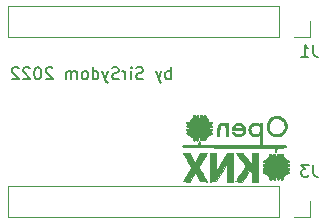
<source format=gbr>
G04 #@! TF.GenerationSoftware,KiCad,Pcbnew,(5.1.4)-1*
G04 #@! TF.CreationDate,2022-03-07T10:14:24+01:00*
G04 #@! TF.ProjectId,UP1-Breadboardadapter,5550312d-4272-4656-9164-626f61726461,V00.01*
G04 #@! TF.SameCoordinates,Original*
G04 #@! TF.FileFunction,Legend,Bot*
G04 #@! TF.FilePolarity,Positive*
%FSLAX46Y46*%
G04 Gerber Fmt 4.6, Leading zero omitted, Abs format (unit mm)*
G04 Created by KiCad (PCBNEW (5.1.4)-1) date 2022-03-07 10:14:24*
%MOMM*%
%LPD*%
G04 APERTURE LIST*
%ADD10C,0.150000*%
%ADD11C,0.010000*%
%ADD12C,0.120000*%
G04 APERTURE END LIST*
D10*
X89264285Y-100147380D02*
X89264285Y-99147380D01*
X89264285Y-99528333D02*
X89169047Y-99480714D01*
X88978571Y-99480714D01*
X88883333Y-99528333D01*
X88835714Y-99575952D01*
X88788095Y-99671190D01*
X88788095Y-99956904D01*
X88835714Y-100052142D01*
X88883333Y-100099761D01*
X88978571Y-100147380D01*
X89169047Y-100147380D01*
X89264285Y-100099761D01*
X88454761Y-99480714D02*
X88216666Y-100147380D01*
X87978571Y-99480714D02*
X88216666Y-100147380D01*
X88311904Y-100385476D01*
X88359523Y-100433095D01*
X88454761Y-100480714D01*
X86883333Y-100099761D02*
X86740476Y-100147380D01*
X86502380Y-100147380D01*
X86407142Y-100099761D01*
X86359523Y-100052142D01*
X86311904Y-99956904D01*
X86311904Y-99861666D01*
X86359523Y-99766428D01*
X86407142Y-99718809D01*
X86502380Y-99671190D01*
X86692857Y-99623571D01*
X86788095Y-99575952D01*
X86835714Y-99528333D01*
X86883333Y-99433095D01*
X86883333Y-99337857D01*
X86835714Y-99242619D01*
X86788095Y-99195000D01*
X86692857Y-99147380D01*
X86454761Y-99147380D01*
X86311904Y-99195000D01*
X85883333Y-100147380D02*
X85883333Y-99480714D01*
X85883333Y-99147380D02*
X85930952Y-99195000D01*
X85883333Y-99242619D01*
X85835714Y-99195000D01*
X85883333Y-99147380D01*
X85883333Y-99242619D01*
X85407142Y-100147380D02*
X85407142Y-99480714D01*
X85407142Y-99671190D02*
X85359523Y-99575952D01*
X85311904Y-99528333D01*
X85216666Y-99480714D01*
X85121428Y-99480714D01*
X84835714Y-100099761D02*
X84692857Y-100147380D01*
X84454761Y-100147380D01*
X84359523Y-100099761D01*
X84311904Y-100052142D01*
X84264285Y-99956904D01*
X84264285Y-99861666D01*
X84311904Y-99766428D01*
X84359523Y-99718809D01*
X84454761Y-99671190D01*
X84645238Y-99623571D01*
X84740476Y-99575952D01*
X84788095Y-99528333D01*
X84835714Y-99433095D01*
X84835714Y-99337857D01*
X84788095Y-99242619D01*
X84740476Y-99195000D01*
X84645238Y-99147380D01*
X84407142Y-99147380D01*
X84264285Y-99195000D01*
X83930952Y-99480714D02*
X83692857Y-100147380D01*
X83454761Y-99480714D02*
X83692857Y-100147380D01*
X83788095Y-100385476D01*
X83835714Y-100433095D01*
X83930952Y-100480714D01*
X82645238Y-100147380D02*
X82645238Y-99147380D01*
X82645238Y-100099761D02*
X82740476Y-100147380D01*
X82930952Y-100147380D01*
X83026190Y-100099761D01*
X83073809Y-100052142D01*
X83121428Y-99956904D01*
X83121428Y-99671190D01*
X83073809Y-99575952D01*
X83026190Y-99528333D01*
X82930952Y-99480714D01*
X82740476Y-99480714D01*
X82645238Y-99528333D01*
X82026190Y-100147380D02*
X82121428Y-100099761D01*
X82169047Y-100052142D01*
X82216666Y-99956904D01*
X82216666Y-99671190D01*
X82169047Y-99575952D01*
X82121428Y-99528333D01*
X82026190Y-99480714D01*
X81883333Y-99480714D01*
X81788095Y-99528333D01*
X81740476Y-99575952D01*
X81692857Y-99671190D01*
X81692857Y-99956904D01*
X81740476Y-100052142D01*
X81788095Y-100099761D01*
X81883333Y-100147380D01*
X82026190Y-100147380D01*
X81264285Y-100147380D02*
X81264285Y-99480714D01*
X81264285Y-99575952D02*
X81216666Y-99528333D01*
X81121428Y-99480714D01*
X80978571Y-99480714D01*
X80883333Y-99528333D01*
X80835714Y-99623571D01*
X80835714Y-100147380D01*
X80835714Y-99623571D02*
X80788095Y-99528333D01*
X80692857Y-99480714D01*
X80550000Y-99480714D01*
X80454761Y-99528333D01*
X80407142Y-99623571D01*
X80407142Y-100147380D01*
X79216666Y-99242619D02*
X79169047Y-99195000D01*
X79073809Y-99147380D01*
X78835714Y-99147380D01*
X78740476Y-99195000D01*
X78692857Y-99242619D01*
X78645238Y-99337857D01*
X78645238Y-99433095D01*
X78692857Y-99575952D01*
X79264285Y-100147380D01*
X78645238Y-100147380D01*
X78026190Y-99147380D02*
X77930952Y-99147380D01*
X77835714Y-99195000D01*
X77788095Y-99242619D01*
X77740476Y-99337857D01*
X77692857Y-99528333D01*
X77692857Y-99766428D01*
X77740476Y-99956904D01*
X77788095Y-100052142D01*
X77835714Y-100099761D01*
X77930952Y-100147380D01*
X78026190Y-100147380D01*
X78121428Y-100099761D01*
X78169047Y-100052142D01*
X78216666Y-99956904D01*
X78264285Y-99766428D01*
X78264285Y-99528333D01*
X78216666Y-99337857D01*
X78169047Y-99242619D01*
X78121428Y-99195000D01*
X78026190Y-99147380D01*
X77311904Y-99242619D02*
X77264285Y-99195000D01*
X77169047Y-99147380D01*
X76930952Y-99147380D01*
X76835714Y-99195000D01*
X76788095Y-99242619D01*
X76740476Y-99337857D01*
X76740476Y-99433095D01*
X76788095Y-99575952D01*
X77359523Y-100147380D01*
X76740476Y-100147380D01*
X76359523Y-99242619D02*
X76311904Y-99195000D01*
X76216666Y-99147380D01*
X75978571Y-99147380D01*
X75883333Y-99195000D01*
X75835714Y-99242619D01*
X75788095Y-99337857D01*
X75788095Y-99433095D01*
X75835714Y-99575952D01*
X76407142Y-100147380D01*
X75788095Y-100147380D01*
D11*
G36*
X93585024Y-103848360D02*
G01*
X93458073Y-103877569D01*
X93353866Y-103942416D01*
X93272008Y-104043174D01*
X93252351Y-104079235D01*
X93232921Y-104119797D01*
X93218648Y-104156945D01*
X93208739Y-104197972D01*
X93202399Y-104250174D01*
X93198833Y-104320842D01*
X93197246Y-104417272D01*
X93196842Y-104546757D01*
X93196833Y-104588656D01*
X93196833Y-104986667D01*
X93366166Y-104986667D01*
X93366285Y-104632125D01*
X93367609Y-104472778D01*
X93372178Y-104349537D01*
X93381062Y-104256231D01*
X93395336Y-104186690D01*
X93416069Y-104134743D01*
X93444336Y-104094217D01*
X93463090Y-104074928D01*
X93528929Y-104037579D01*
X93613765Y-104021279D01*
X93700957Y-104026485D01*
X93773868Y-104053656D01*
X93790199Y-104065917D01*
X93825803Y-104102577D01*
X93852498Y-104144669D01*
X93871512Y-104198603D01*
X93884070Y-104270793D01*
X93891400Y-104367649D01*
X93894727Y-104495585D01*
X93895333Y-104615570D01*
X93895333Y-104986667D01*
X94064666Y-104986667D01*
X94064666Y-103864834D01*
X93980000Y-103864834D01*
X93922172Y-103869622D01*
X93897663Y-103886137D01*
X93895333Y-103898347D01*
X93887500Y-103923180D01*
X93879458Y-103923690D01*
X93780259Y-103877422D01*
X93699732Y-103852948D01*
X93622860Y-103846426D01*
X93585024Y-103848360D01*
X93585024Y-103848360D01*
G37*
X93585024Y-103848360D02*
X93458073Y-103877569D01*
X93353866Y-103942416D01*
X93272008Y-104043174D01*
X93252351Y-104079235D01*
X93232921Y-104119797D01*
X93218648Y-104156945D01*
X93208739Y-104197972D01*
X93202399Y-104250174D01*
X93198833Y-104320842D01*
X93197246Y-104417272D01*
X93196842Y-104546757D01*
X93196833Y-104588656D01*
X93196833Y-104986667D01*
X93366166Y-104986667D01*
X93366285Y-104632125D01*
X93367609Y-104472778D01*
X93372178Y-104349537D01*
X93381062Y-104256231D01*
X93395336Y-104186690D01*
X93416069Y-104134743D01*
X93444336Y-104094217D01*
X93463090Y-104074928D01*
X93528929Y-104037579D01*
X93613765Y-104021279D01*
X93700957Y-104026485D01*
X93773868Y-104053656D01*
X93790199Y-104065917D01*
X93825803Y-104102577D01*
X93852498Y-104144669D01*
X93871512Y-104198603D01*
X93884070Y-104270793D01*
X93891400Y-104367649D01*
X93894727Y-104495585D01*
X93895333Y-104615570D01*
X93895333Y-104986667D01*
X94064666Y-104986667D01*
X94064666Y-103864834D01*
X93980000Y-103864834D01*
X93922172Y-103869622D01*
X93897663Y-103886137D01*
X93895333Y-103898347D01*
X93887500Y-103923180D01*
X93879458Y-103923690D01*
X93780259Y-103877422D01*
X93699732Y-103852948D01*
X93622860Y-103846426D01*
X93585024Y-103848360D01*
G36*
X94814707Y-103864923D02*
G01*
X94688111Y-103917064D01*
X94576807Y-103994999D01*
X94487046Y-104095251D01*
X94425077Y-104214346D01*
X94397152Y-104348808D01*
X94396672Y-104357815D01*
X94392750Y-104446917D01*
X94887441Y-104452605D01*
X95382133Y-104458293D01*
X95368471Y-104526603D01*
X95337382Y-104604081D01*
X95280217Y-104685219D01*
X95208782Y-104754788D01*
X95171834Y-104780223D01*
X95109969Y-104806632D01*
X95033559Y-104826889D01*
X95012264Y-104830420D01*
X94909947Y-104827186D01*
X94804649Y-104795373D01*
X94710466Y-104741341D01*
X94641494Y-104671451D01*
X94634044Y-104659740D01*
X94600903Y-104611707D01*
X94565408Y-104590042D01*
X94509083Y-104584557D01*
X94497593Y-104584500D01*
X94405535Y-104584500D01*
X94429515Y-104653292D01*
X94470136Y-104726655D01*
X94537903Y-104806466D01*
X94621275Y-104881986D01*
X94708709Y-104942477D01*
X94772408Y-104972352D01*
X94909274Y-105002040D01*
X95046466Y-105001456D01*
X95146658Y-104978611D01*
X95295395Y-104906551D01*
X95410408Y-104809311D01*
X95490847Y-104688079D01*
X95535864Y-104544039D01*
X95545868Y-104421138D01*
X95529633Y-104288167D01*
X95356920Y-104288167D01*
X94975377Y-104288167D01*
X94853577Y-104287219D01*
X94747858Y-104284585D01*
X94664894Y-104280582D01*
X94611360Y-104275523D01*
X94593833Y-104270130D01*
X94609907Y-104226362D01*
X94651339Y-104170834D01*
X94707940Y-104114780D01*
X94769525Y-104069435D01*
X94782371Y-104062202D01*
X94899895Y-104022318D01*
X95020804Y-104019964D01*
X95136324Y-104052436D01*
X95237684Y-104117029D01*
X95316111Y-104211041D01*
X95326638Y-104229959D01*
X95356920Y-104288167D01*
X95529633Y-104288167D01*
X95526423Y-104261885D01*
X95470103Y-104122631D01*
X95378293Y-104005624D01*
X95252381Y-103913118D01*
X95223734Y-103898007D01*
X95088769Y-103851919D01*
X94950343Y-103842049D01*
X94814707Y-103864923D01*
X94814707Y-103864923D01*
G37*
X94814707Y-103864923D02*
X94688111Y-103917064D01*
X94576807Y-103994999D01*
X94487046Y-104095251D01*
X94425077Y-104214346D01*
X94397152Y-104348808D01*
X94396672Y-104357815D01*
X94392750Y-104446917D01*
X94887441Y-104452605D01*
X95382133Y-104458293D01*
X95368471Y-104526603D01*
X95337382Y-104604081D01*
X95280217Y-104685219D01*
X95208782Y-104754788D01*
X95171834Y-104780223D01*
X95109969Y-104806632D01*
X95033559Y-104826889D01*
X95012264Y-104830420D01*
X94909947Y-104827186D01*
X94804649Y-104795373D01*
X94710466Y-104741341D01*
X94641494Y-104671451D01*
X94634044Y-104659740D01*
X94600903Y-104611707D01*
X94565408Y-104590042D01*
X94509083Y-104584557D01*
X94497593Y-104584500D01*
X94405535Y-104584500D01*
X94429515Y-104653292D01*
X94470136Y-104726655D01*
X94537903Y-104806466D01*
X94621275Y-104881986D01*
X94708709Y-104942477D01*
X94772408Y-104972352D01*
X94909274Y-105002040D01*
X95046466Y-105001456D01*
X95146658Y-104978611D01*
X95295395Y-104906551D01*
X95410408Y-104809311D01*
X95490847Y-104688079D01*
X95535864Y-104544039D01*
X95545868Y-104421138D01*
X95529633Y-104288167D01*
X95356920Y-104288167D01*
X94975377Y-104288167D01*
X94853577Y-104287219D01*
X94747858Y-104284585D01*
X94664894Y-104280582D01*
X94611360Y-104275523D01*
X94593833Y-104270130D01*
X94609907Y-104226362D01*
X94651339Y-104170834D01*
X94707940Y-104114780D01*
X94769525Y-104069435D01*
X94782371Y-104062202D01*
X94899895Y-104022318D01*
X95020804Y-104019964D01*
X95136324Y-104052436D01*
X95237684Y-104117029D01*
X95316111Y-104211041D01*
X95326638Y-104229959D01*
X95356920Y-104288167D01*
X95529633Y-104288167D01*
X95526423Y-104261885D01*
X95470103Y-104122631D01*
X95378293Y-104005624D01*
X95252381Y-103913118D01*
X95223734Y-103898007D01*
X95088769Y-103851919D01*
X94950343Y-103842049D01*
X94814707Y-103864923D01*
G36*
X98089860Y-103282817D02*
G01*
X97933068Y-103317057D01*
X97784125Y-103381487D01*
X97647734Y-103476840D01*
X97528597Y-103603850D01*
X97435931Y-103753993D01*
X97400144Y-103828482D01*
X97377043Y-103886649D01*
X97363858Y-103941895D01*
X97357817Y-104007615D01*
X97356148Y-104097210D01*
X97356083Y-104140000D01*
X97356822Y-104242091D01*
X97360888Y-104315250D01*
X97371050Y-104372875D01*
X97390082Y-104428365D01*
X97420755Y-104495118D01*
X97435931Y-104526007D01*
X97536972Y-104685180D01*
X97665716Y-104815335D01*
X97816886Y-104913993D01*
X97985204Y-104978678D01*
X98165392Y-105006910D01*
X98352172Y-104996211D01*
X98411924Y-104984290D01*
X98577218Y-104924862D01*
X98725346Y-104831554D01*
X98852356Y-104710299D01*
X98954296Y-104567031D01*
X99027213Y-104407683D01*
X99067155Y-104238189D01*
X99069726Y-104089947D01*
X98890112Y-104089947D01*
X98883511Y-104245643D01*
X98847627Y-104380445D01*
X98774296Y-104520359D01*
X98669990Y-104640485D01*
X98542417Y-104734600D01*
X98399285Y-104796476D01*
X98308795Y-104815584D01*
X98193729Y-104820144D01*
X98072463Y-104808386D01*
X97963093Y-104782777D01*
X97909385Y-104761123D01*
X97773320Y-104670562D01*
X97663228Y-104553655D01*
X97582269Y-104417267D01*
X97533600Y-104268266D01*
X97520381Y-104113518D01*
X97543820Y-103966456D01*
X97605366Y-103819036D01*
X97696212Y-103688418D01*
X97809474Y-103581794D01*
X97938269Y-103506354D01*
X98007218Y-103482339D01*
X98172055Y-103457265D01*
X98329148Y-103469412D01*
X98474587Y-103514603D01*
X98604462Y-103588657D01*
X98714862Y-103687398D01*
X98801877Y-103806645D01*
X98861597Y-103942221D01*
X98890112Y-104089947D01*
X99069726Y-104089947D01*
X99070168Y-104064483D01*
X99062466Y-104007708D01*
X99012170Y-103826836D01*
X98932104Y-103670286D01*
X98826969Y-103538791D01*
X98701469Y-103433084D01*
X98560305Y-103353900D01*
X98408181Y-103301972D01*
X98249798Y-103278033D01*
X98089860Y-103282817D01*
X98089860Y-103282817D01*
G37*
X98089860Y-103282817D02*
X97933068Y-103317057D01*
X97784125Y-103381487D01*
X97647734Y-103476840D01*
X97528597Y-103603850D01*
X97435931Y-103753993D01*
X97400144Y-103828482D01*
X97377043Y-103886649D01*
X97363858Y-103941895D01*
X97357817Y-104007615D01*
X97356148Y-104097210D01*
X97356083Y-104140000D01*
X97356822Y-104242091D01*
X97360888Y-104315250D01*
X97371050Y-104372875D01*
X97390082Y-104428365D01*
X97420755Y-104495118D01*
X97435931Y-104526007D01*
X97536972Y-104685180D01*
X97665716Y-104815335D01*
X97816886Y-104913993D01*
X97985204Y-104978678D01*
X98165392Y-105006910D01*
X98352172Y-104996211D01*
X98411924Y-104984290D01*
X98577218Y-104924862D01*
X98725346Y-104831554D01*
X98852356Y-104710299D01*
X98954296Y-104567031D01*
X99027213Y-104407683D01*
X99067155Y-104238189D01*
X99069726Y-104089947D01*
X98890112Y-104089947D01*
X98883511Y-104245643D01*
X98847627Y-104380445D01*
X98774296Y-104520359D01*
X98669990Y-104640485D01*
X98542417Y-104734600D01*
X98399285Y-104796476D01*
X98308795Y-104815584D01*
X98193729Y-104820144D01*
X98072463Y-104808386D01*
X97963093Y-104782777D01*
X97909385Y-104761123D01*
X97773320Y-104670562D01*
X97663228Y-104553655D01*
X97582269Y-104417267D01*
X97533600Y-104268266D01*
X97520381Y-104113518D01*
X97543820Y-103966456D01*
X97605366Y-103819036D01*
X97696212Y-103688418D01*
X97809474Y-103581794D01*
X97938269Y-103506354D01*
X98007218Y-103482339D01*
X98172055Y-103457265D01*
X98329148Y-103469412D01*
X98474587Y-103514603D01*
X98604462Y-103588657D01*
X98714862Y-103687398D01*
X98801877Y-103806645D01*
X98861597Y-103942221D01*
X98890112Y-104089947D01*
X99069726Y-104089947D01*
X99070168Y-104064483D01*
X99062466Y-104007708D01*
X99012170Y-103826836D01*
X98932104Y-103670286D01*
X98826969Y-103538791D01*
X98701469Y-103433084D01*
X98560305Y-103353900D01*
X98408181Y-103301972D01*
X98249798Y-103278033D01*
X98089860Y-103282817D01*
G36*
X91151604Y-103193146D02*
G01*
X91119108Y-103215827D01*
X91104440Y-103264158D01*
X91101333Y-103335286D01*
X91100226Y-103404132D01*
X91093129Y-103441976D01*
X91074383Y-103460146D01*
X91038328Y-103469972D01*
X91033559Y-103470930D01*
X90945904Y-103508414D01*
X90883403Y-103576703D01*
X90854811Y-103657232D01*
X90841923Y-103737834D01*
X90732445Y-103737834D01*
X90646368Y-103745034D01*
X90595199Y-103768722D01*
X90573673Y-103812025D01*
X90572166Y-103833084D01*
X90584034Y-103883835D01*
X90623239Y-103914166D01*
X90695184Y-103927233D01*
X90735150Y-103928334D01*
X90800298Y-103929831D01*
X90833674Y-103937639D01*
X90845818Y-103956728D01*
X90847333Y-103981250D01*
X90843461Y-104013730D01*
X90824329Y-104029233D01*
X90778666Y-104033931D01*
X90750692Y-104034167D01*
X90654279Y-104043334D01*
X90595184Y-104071147D01*
X90572491Y-104118079D01*
X90572166Y-104125928D01*
X90583310Y-104178211D01*
X90620610Y-104209477D01*
X90689873Y-104223242D01*
X90735150Y-104224667D01*
X90800298Y-104226165D01*
X90833674Y-104233972D01*
X90845818Y-104253061D01*
X90847333Y-104277584D01*
X90844158Y-104308314D01*
X90827606Y-104324057D01*
X90787137Y-104329786D01*
X90735150Y-104330500D01*
X90648308Y-104337436D01*
X90596409Y-104360348D01*
X90574050Y-104402393D01*
X90572166Y-104425750D01*
X90584034Y-104476502D01*
X90623239Y-104506832D01*
X90695184Y-104519899D01*
X90735150Y-104521000D01*
X90800381Y-104522595D01*
X90833805Y-104530517D01*
X90845916Y-104549470D01*
X90847333Y-104571296D01*
X90843328Y-104600365D01*
X90824546Y-104616998D01*
X90780834Y-104626350D01*
X90728968Y-104631407D01*
X90646093Y-104644051D01*
X90597544Y-104668704D01*
X90575802Y-104710959D01*
X90572491Y-104747797D01*
X90590645Y-104797124D01*
X90646109Y-104827286D01*
X90739165Y-104838426D01*
X90749265Y-104838500D01*
X90810639Y-104841906D01*
X90842874Y-104855860D01*
X90858875Y-104885966D01*
X90858923Y-104886125D01*
X90902574Y-104964150D01*
X90973158Y-105021086D01*
X91030635Y-105041615D01*
X91070560Y-105050931D01*
X91091637Y-105067200D01*
X91099887Y-105101808D01*
X91101331Y-105166141D01*
X91101333Y-105175289D01*
X91108010Y-105265931D01*
X91129629Y-105320819D01*
X91168578Y-105344629D01*
X91188721Y-105346500D01*
X91243935Y-105328115D01*
X91278233Y-105272949D01*
X91291626Y-105180985D01*
X91291833Y-105165072D01*
X91293249Y-105098939D01*
X91300698Y-105064700D01*
X91318979Y-105051929D01*
X91344750Y-105050167D01*
X91374456Y-105052981D01*
X91390274Y-105068160D01*
X91396559Y-105105805D01*
X91397666Y-105172934D01*
X91404140Y-105264197D01*
X91425170Y-105319706D01*
X91463176Y-105344262D01*
X91485055Y-105346500D01*
X91540268Y-105328115D01*
X91574566Y-105272949D01*
X91587959Y-105180985D01*
X91588166Y-105165072D01*
X91589583Y-105098939D01*
X91597031Y-105064700D01*
X91615313Y-105051929D01*
X91641083Y-105050167D01*
X91670371Y-105052843D01*
X91686206Y-105067487D01*
X91692708Y-105104023D01*
X91693998Y-105172373D01*
X91694000Y-105177621D01*
X91695686Y-105249744D01*
X91703628Y-105291647D01*
X91722148Y-105315399D01*
X91748560Y-105329934D01*
X91805462Y-105345135D01*
X91844616Y-105328076D01*
X91868590Y-105275838D01*
X91879951Y-105185502D01*
X91880218Y-105180258D01*
X91884912Y-105108723D01*
X91893090Y-105069722D01*
X91909134Y-105053467D01*
X91937423Y-105050168D01*
X91938427Y-105050167D01*
X91968488Y-105053446D01*
X91983947Y-105070272D01*
X91989615Y-105111130D01*
X91990333Y-105163303D01*
X91995802Y-105243789D01*
X92014124Y-105294131D01*
X92029042Y-105311470D01*
X92085081Y-105343272D01*
X92135889Y-105333167D01*
X92169050Y-105299457D01*
X92189659Y-105248704D01*
X92201114Y-105178646D01*
X92202000Y-105154641D01*
X92204095Y-105094326D01*
X92216819Y-105061967D01*
X92249833Y-105043196D01*
X92284330Y-105032201D01*
X92356387Y-104995889D01*
X92410033Y-104941245D01*
X92434381Y-104879931D01*
X92434833Y-104870995D01*
X92445457Y-104850694D01*
X92482843Y-104840733D01*
X92540666Y-104838500D01*
X92623127Y-104827704D01*
X92688022Y-104798917D01*
X92725626Y-104757542D01*
X92731166Y-104732667D01*
X92711716Y-104686708D01*
X92659704Y-104650706D01*
X92584637Y-104629904D01*
X92539194Y-104626834D01*
X92476124Y-104625213D01*
X92445393Y-104617208D01*
X92437044Y-104598099D01*
X92438653Y-104579209D01*
X92447342Y-104551805D01*
X92470558Y-104536352D01*
X92518874Y-104528400D01*
X92566943Y-104525241D01*
X92641813Y-104518048D01*
X92685760Y-104503734D01*
X92710069Y-104478466D01*
X92711322Y-104476197D01*
X92722232Y-104432351D01*
X92701706Y-104383956D01*
X92700433Y-104381997D01*
X92674406Y-104351591D01*
X92638817Y-104336087D01*
X92579922Y-104330803D01*
X92549290Y-104330500D01*
X92482492Y-104329159D01*
X92448379Y-104322371D01*
X92437323Y-104305992D01*
X92438653Y-104282875D01*
X92447342Y-104255472D01*
X92470558Y-104240019D01*
X92518874Y-104232067D01*
X92566943Y-104228908D01*
X92641813Y-104221714D01*
X92685760Y-104207400D01*
X92710069Y-104182133D01*
X92711322Y-104179863D01*
X92722232Y-104136018D01*
X92701706Y-104087622D01*
X92700433Y-104085664D01*
X92674156Y-104055076D01*
X92638140Y-104039585D01*
X92578508Y-104034420D01*
X92550762Y-104034167D01*
X92484262Y-104032780D01*
X92449699Y-104025460D01*
X92436693Y-104007468D01*
X92434833Y-103981250D01*
X92438070Y-103950398D01*
X92454837Y-103934616D01*
X92495721Y-103928831D01*
X92545958Y-103928009D01*
X92640753Y-103919845D01*
X92698049Y-103894806D01*
X92719912Y-103851074D01*
X92708407Y-103786830D01*
X92707901Y-103785459D01*
X92693089Y-103758692D01*
X92666538Y-103744317D01*
X92616939Y-103738630D01*
X92562515Y-103737834D01*
X92434833Y-103737834D01*
X92434833Y-103666841D01*
X92415475Y-103589218D01*
X92364537Y-103522012D01*
X92292721Y-103477701D01*
X92266138Y-103470203D01*
X92227463Y-103459330D01*
X92208604Y-103438674D01*
X92202491Y-103395611D01*
X92202000Y-103355700D01*
X92190656Y-103265453D01*
X92156076Y-103209940D01*
X92097440Y-103187981D01*
X92084816Y-103187500D01*
X92034288Y-103204207D01*
X92003236Y-103255532D01*
X91990702Y-103343285D01*
X91990333Y-103366025D01*
X91987646Y-103426079D01*
X91976451Y-103454696D01*
X91952051Y-103462601D01*
X91948000Y-103462667D01*
X91922465Y-103457010D01*
X91909818Y-103433071D01*
X91905816Y-103380392D01*
X91905666Y-103358345D01*
X91894782Y-103267331D01*
X91861368Y-103211187D01*
X91804286Y-103188254D01*
X91788483Y-103187500D01*
X91737955Y-103204207D01*
X91706902Y-103255532D01*
X91694369Y-103343285D01*
X91694000Y-103366025D01*
X91691880Y-103425343D01*
X91681404Y-103453656D01*
X91656401Y-103462235D01*
X91641083Y-103462667D01*
X91610353Y-103459492D01*
X91594609Y-103442940D01*
X91588881Y-103402471D01*
X91588166Y-103350484D01*
X91581231Y-103263642D01*
X91558319Y-103211743D01*
X91516273Y-103189384D01*
X91492916Y-103187500D01*
X91442165Y-103199368D01*
X91411834Y-103238573D01*
X91398767Y-103310518D01*
X91397666Y-103350484D01*
X91396169Y-103415632D01*
X91388361Y-103449008D01*
X91369272Y-103461152D01*
X91344750Y-103462667D01*
X91312270Y-103458794D01*
X91296767Y-103439663D01*
X91292069Y-103394000D01*
X91291833Y-103366025D01*
X91282761Y-103270746D01*
X91256176Y-103210623D01*
X91213023Y-103187674D01*
X91208153Y-103187500D01*
X91151604Y-103193146D01*
X91151604Y-103193146D01*
G37*
X91151604Y-103193146D02*
X91119108Y-103215827D01*
X91104440Y-103264158D01*
X91101333Y-103335286D01*
X91100226Y-103404132D01*
X91093129Y-103441976D01*
X91074383Y-103460146D01*
X91038328Y-103469972D01*
X91033559Y-103470930D01*
X90945904Y-103508414D01*
X90883403Y-103576703D01*
X90854811Y-103657232D01*
X90841923Y-103737834D01*
X90732445Y-103737834D01*
X90646368Y-103745034D01*
X90595199Y-103768722D01*
X90573673Y-103812025D01*
X90572166Y-103833084D01*
X90584034Y-103883835D01*
X90623239Y-103914166D01*
X90695184Y-103927233D01*
X90735150Y-103928334D01*
X90800298Y-103929831D01*
X90833674Y-103937639D01*
X90845818Y-103956728D01*
X90847333Y-103981250D01*
X90843461Y-104013730D01*
X90824329Y-104029233D01*
X90778666Y-104033931D01*
X90750692Y-104034167D01*
X90654279Y-104043334D01*
X90595184Y-104071147D01*
X90572491Y-104118079D01*
X90572166Y-104125928D01*
X90583310Y-104178211D01*
X90620610Y-104209477D01*
X90689873Y-104223242D01*
X90735150Y-104224667D01*
X90800298Y-104226165D01*
X90833674Y-104233972D01*
X90845818Y-104253061D01*
X90847333Y-104277584D01*
X90844158Y-104308314D01*
X90827606Y-104324057D01*
X90787137Y-104329786D01*
X90735150Y-104330500D01*
X90648308Y-104337436D01*
X90596409Y-104360348D01*
X90574050Y-104402393D01*
X90572166Y-104425750D01*
X90584034Y-104476502D01*
X90623239Y-104506832D01*
X90695184Y-104519899D01*
X90735150Y-104521000D01*
X90800381Y-104522595D01*
X90833805Y-104530517D01*
X90845916Y-104549470D01*
X90847333Y-104571296D01*
X90843328Y-104600365D01*
X90824546Y-104616998D01*
X90780834Y-104626350D01*
X90728968Y-104631407D01*
X90646093Y-104644051D01*
X90597544Y-104668704D01*
X90575802Y-104710959D01*
X90572491Y-104747797D01*
X90590645Y-104797124D01*
X90646109Y-104827286D01*
X90739165Y-104838426D01*
X90749265Y-104838500D01*
X90810639Y-104841906D01*
X90842874Y-104855860D01*
X90858875Y-104885966D01*
X90858923Y-104886125D01*
X90902574Y-104964150D01*
X90973158Y-105021086D01*
X91030635Y-105041615D01*
X91070560Y-105050931D01*
X91091637Y-105067200D01*
X91099887Y-105101808D01*
X91101331Y-105166141D01*
X91101333Y-105175289D01*
X91108010Y-105265931D01*
X91129629Y-105320819D01*
X91168578Y-105344629D01*
X91188721Y-105346500D01*
X91243935Y-105328115D01*
X91278233Y-105272949D01*
X91291626Y-105180985D01*
X91291833Y-105165072D01*
X91293249Y-105098939D01*
X91300698Y-105064700D01*
X91318979Y-105051929D01*
X91344750Y-105050167D01*
X91374456Y-105052981D01*
X91390274Y-105068160D01*
X91396559Y-105105805D01*
X91397666Y-105172934D01*
X91404140Y-105264197D01*
X91425170Y-105319706D01*
X91463176Y-105344262D01*
X91485055Y-105346500D01*
X91540268Y-105328115D01*
X91574566Y-105272949D01*
X91587959Y-105180985D01*
X91588166Y-105165072D01*
X91589583Y-105098939D01*
X91597031Y-105064700D01*
X91615313Y-105051929D01*
X91641083Y-105050167D01*
X91670371Y-105052843D01*
X91686206Y-105067487D01*
X91692708Y-105104023D01*
X91693998Y-105172373D01*
X91694000Y-105177621D01*
X91695686Y-105249744D01*
X91703628Y-105291647D01*
X91722148Y-105315399D01*
X91748560Y-105329934D01*
X91805462Y-105345135D01*
X91844616Y-105328076D01*
X91868590Y-105275838D01*
X91879951Y-105185502D01*
X91880218Y-105180258D01*
X91884912Y-105108723D01*
X91893090Y-105069722D01*
X91909134Y-105053467D01*
X91937423Y-105050168D01*
X91938427Y-105050167D01*
X91968488Y-105053446D01*
X91983947Y-105070272D01*
X91989615Y-105111130D01*
X91990333Y-105163303D01*
X91995802Y-105243789D01*
X92014124Y-105294131D01*
X92029042Y-105311470D01*
X92085081Y-105343272D01*
X92135889Y-105333167D01*
X92169050Y-105299457D01*
X92189659Y-105248704D01*
X92201114Y-105178646D01*
X92202000Y-105154641D01*
X92204095Y-105094326D01*
X92216819Y-105061967D01*
X92249833Y-105043196D01*
X92284330Y-105032201D01*
X92356387Y-104995889D01*
X92410033Y-104941245D01*
X92434381Y-104879931D01*
X92434833Y-104870995D01*
X92445457Y-104850694D01*
X92482843Y-104840733D01*
X92540666Y-104838500D01*
X92623127Y-104827704D01*
X92688022Y-104798917D01*
X92725626Y-104757542D01*
X92731166Y-104732667D01*
X92711716Y-104686708D01*
X92659704Y-104650706D01*
X92584637Y-104629904D01*
X92539194Y-104626834D01*
X92476124Y-104625213D01*
X92445393Y-104617208D01*
X92437044Y-104598099D01*
X92438653Y-104579209D01*
X92447342Y-104551805D01*
X92470558Y-104536352D01*
X92518874Y-104528400D01*
X92566943Y-104525241D01*
X92641813Y-104518048D01*
X92685760Y-104503734D01*
X92710069Y-104478466D01*
X92711322Y-104476197D01*
X92722232Y-104432351D01*
X92701706Y-104383956D01*
X92700433Y-104381997D01*
X92674406Y-104351591D01*
X92638817Y-104336087D01*
X92579922Y-104330803D01*
X92549290Y-104330500D01*
X92482492Y-104329159D01*
X92448379Y-104322371D01*
X92437323Y-104305992D01*
X92438653Y-104282875D01*
X92447342Y-104255472D01*
X92470558Y-104240019D01*
X92518874Y-104232067D01*
X92566943Y-104228908D01*
X92641813Y-104221714D01*
X92685760Y-104207400D01*
X92710069Y-104182133D01*
X92711322Y-104179863D01*
X92722232Y-104136018D01*
X92701706Y-104087622D01*
X92700433Y-104085664D01*
X92674156Y-104055076D01*
X92638140Y-104039585D01*
X92578508Y-104034420D01*
X92550762Y-104034167D01*
X92484262Y-104032780D01*
X92449699Y-104025460D01*
X92436693Y-104007468D01*
X92434833Y-103981250D01*
X92438070Y-103950398D01*
X92454837Y-103934616D01*
X92495721Y-103928831D01*
X92545958Y-103928009D01*
X92640753Y-103919845D01*
X92698049Y-103894806D01*
X92719912Y-103851074D01*
X92708407Y-103786830D01*
X92707901Y-103785459D01*
X92693089Y-103758692D01*
X92666538Y-103744317D01*
X92616939Y-103738630D01*
X92562515Y-103737834D01*
X92434833Y-103737834D01*
X92434833Y-103666841D01*
X92415475Y-103589218D01*
X92364537Y-103522012D01*
X92292721Y-103477701D01*
X92266138Y-103470203D01*
X92227463Y-103459330D01*
X92208604Y-103438674D01*
X92202491Y-103395611D01*
X92202000Y-103355700D01*
X92190656Y-103265453D01*
X92156076Y-103209940D01*
X92097440Y-103187981D01*
X92084816Y-103187500D01*
X92034288Y-103204207D01*
X92003236Y-103255532D01*
X91990702Y-103343285D01*
X91990333Y-103366025D01*
X91987646Y-103426079D01*
X91976451Y-103454696D01*
X91952051Y-103462601D01*
X91948000Y-103462667D01*
X91922465Y-103457010D01*
X91909818Y-103433071D01*
X91905816Y-103380392D01*
X91905666Y-103358345D01*
X91894782Y-103267331D01*
X91861368Y-103211187D01*
X91804286Y-103188254D01*
X91788483Y-103187500D01*
X91737955Y-103204207D01*
X91706902Y-103255532D01*
X91694369Y-103343285D01*
X91694000Y-103366025D01*
X91691880Y-103425343D01*
X91681404Y-103453656D01*
X91656401Y-103462235D01*
X91641083Y-103462667D01*
X91610353Y-103459492D01*
X91594609Y-103442940D01*
X91588881Y-103402471D01*
X91588166Y-103350484D01*
X91581231Y-103263642D01*
X91558319Y-103211743D01*
X91516273Y-103189384D01*
X91492916Y-103187500D01*
X91442165Y-103199368D01*
X91411834Y-103238573D01*
X91398767Y-103310518D01*
X91397666Y-103350484D01*
X91396169Y-103415632D01*
X91388361Y-103449008D01*
X91369272Y-103461152D01*
X91344750Y-103462667D01*
X91312270Y-103458794D01*
X91296767Y-103439663D01*
X91292069Y-103394000D01*
X91291833Y-103366025D01*
X91282761Y-103270746D01*
X91256176Y-103210623D01*
X91213023Y-103187674D01*
X91208153Y-103187500D01*
X91151604Y-103193146D01*
G36*
X96207747Y-103872763D02*
G01*
X96078206Y-103937252D01*
X95966308Y-104033514D01*
X95878365Y-104159081D01*
X95858600Y-104199818D01*
X95831849Y-104297803D01*
X95823739Y-104416490D01*
X95833721Y-104538846D01*
X95861248Y-104647838D01*
X95873961Y-104677706D01*
X95956986Y-104803735D01*
X96065637Y-104900710D01*
X96193071Y-104966739D01*
X96332445Y-104999928D01*
X96476913Y-104998385D01*
X96619632Y-104960219D01*
X96715338Y-104910371D01*
X96765445Y-104879639D01*
X96799207Y-104861629D01*
X96805296Y-104859667D01*
X96808733Y-104879750D01*
X96811733Y-104935664D01*
X96814119Y-105020909D01*
X96815711Y-105128983D01*
X96816331Y-105253386D01*
X96816333Y-105261834D01*
X96816333Y-105664000D01*
X96985666Y-105664000D01*
X96985666Y-104448952D01*
X96806585Y-104448952D01*
X96780656Y-104565761D01*
X96720999Y-104670189D01*
X96631893Y-104755018D01*
X96517616Y-104813031D01*
X96503828Y-104817424D01*
X96421540Y-104834522D01*
X96342551Y-104830340D01*
X96281296Y-104816061D01*
X96175013Y-104766653D01*
X96090429Y-104688538D01*
X96030375Y-104590078D01*
X95997678Y-104479639D01*
X95995170Y-104365582D01*
X96025679Y-104256272D01*
X96068408Y-104186792D01*
X96164280Y-104095132D01*
X96272658Y-104038952D01*
X96386738Y-104016939D01*
X96499717Y-104027779D01*
X96604793Y-104070158D01*
X96695161Y-104142764D01*
X96764018Y-104244282D01*
X96794508Y-104326980D01*
X96806585Y-104448952D01*
X96985666Y-104448952D01*
X96985666Y-103864834D01*
X96901000Y-103864834D01*
X96846711Y-103867341D01*
X96822577Y-103880930D01*
X96816467Y-103914698D01*
X96816333Y-103928334D01*
X96808309Y-103976662D01*
X96788279Y-103991668D01*
X96762304Y-103968866D01*
X96762072Y-103968491D01*
X96736005Y-103947187D01*
X96684109Y-103916985D01*
X96639114Y-103894615D01*
X96494513Y-103848977D01*
X96348620Y-103842515D01*
X96207747Y-103872763D01*
X96207747Y-103872763D01*
G37*
X96207747Y-103872763D02*
X96078206Y-103937252D01*
X95966308Y-104033514D01*
X95878365Y-104159081D01*
X95858600Y-104199818D01*
X95831849Y-104297803D01*
X95823739Y-104416490D01*
X95833721Y-104538846D01*
X95861248Y-104647838D01*
X95873961Y-104677706D01*
X95956986Y-104803735D01*
X96065637Y-104900710D01*
X96193071Y-104966739D01*
X96332445Y-104999928D01*
X96476913Y-104998385D01*
X96619632Y-104960219D01*
X96715338Y-104910371D01*
X96765445Y-104879639D01*
X96799207Y-104861629D01*
X96805296Y-104859667D01*
X96808733Y-104879750D01*
X96811733Y-104935664D01*
X96814119Y-105020909D01*
X96815711Y-105128983D01*
X96816331Y-105253386D01*
X96816333Y-105261834D01*
X96816333Y-105664000D01*
X96985666Y-105664000D01*
X96985666Y-104448952D01*
X96806585Y-104448952D01*
X96780656Y-104565761D01*
X96720999Y-104670189D01*
X96631893Y-104755018D01*
X96517616Y-104813031D01*
X96503828Y-104817424D01*
X96421540Y-104834522D01*
X96342551Y-104830340D01*
X96281296Y-104816061D01*
X96175013Y-104766653D01*
X96090429Y-104688538D01*
X96030375Y-104590078D01*
X95997678Y-104479639D01*
X95995170Y-104365582D01*
X96025679Y-104256272D01*
X96068408Y-104186792D01*
X96164280Y-104095132D01*
X96272658Y-104038952D01*
X96386738Y-104016939D01*
X96499717Y-104027779D01*
X96604793Y-104070158D01*
X96695161Y-104142764D01*
X96764018Y-104244282D01*
X96794508Y-104326980D01*
X96806585Y-104448952D01*
X96985666Y-104448952D01*
X96985666Y-103864834D01*
X96901000Y-103864834D01*
X96846711Y-103867341D01*
X96822577Y-103880930D01*
X96816467Y-103914698D01*
X96816333Y-103928334D01*
X96808309Y-103976662D01*
X96788279Y-103991668D01*
X96762304Y-103968866D01*
X96762072Y-103968491D01*
X96736005Y-103947187D01*
X96684109Y-103916985D01*
X96639114Y-103894615D01*
X96494513Y-103848977D01*
X96348620Y-103842515D01*
X96207747Y-103872763D01*
G36*
X91619527Y-105424615D02*
G01*
X91606157Y-105442440D01*
X91598431Y-105482653D01*
X91593809Y-105553850D01*
X91592568Y-105584625D01*
X91586386Y-105748667D01*
X90935343Y-105748667D01*
X90735500Y-105749164D01*
X90574982Y-105750730D01*
X90450793Y-105753477D01*
X90359935Y-105757518D01*
X90299411Y-105762966D01*
X90266224Y-105769934D01*
X90258900Y-105774067D01*
X90236202Y-105822422D01*
X90239581Y-105879791D01*
X90258900Y-105913767D01*
X90271400Y-105917030D01*
X90303050Y-105920026D01*
X90355276Y-105922763D01*
X90429501Y-105925252D01*
X90527152Y-105927502D01*
X90649652Y-105929521D01*
X90798426Y-105931319D01*
X90974900Y-105932905D01*
X91180498Y-105934288D01*
X91416645Y-105935477D01*
X91684766Y-105936483D01*
X91986285Y-105937313D01*
X92322628Y-105937978D01*
X92695219Y-105938486D01*
X93105483Y-105938847D01*
X93554844Y-105939069D01*
X94044729Y-105939163D01*
X94184492Y-105939167D01*
X98084685Y-105939167D01*
X98090801Y-106124375D01*
X98094503Y-106213507D01*
X98099984Y-106268829D01*
X98109594Y-106298862D01*
X98125681Y-106312126D01*
X98143698Y-106316237D01*
X98166111Y-106317097D01*
X98180313Y-106306651D01*
X98188625Y-106277007D01*
X98193370Y-106220271D01*
X98196614Y-106136320D01*
X98202750Y-105949750D01*
X98561052Y-105943930D01*
X98701918Y-105940274D01*
X98815242Y-105934507D01*
X98896569Y-105926963D01*
X98941444Y-105917977D01*
X98947343Y-105914880D01*
X98971440Y-105871259D01*
X98971266Y-105815592D01*
X98949933Y-105774067D01*
X98937258Y-105770681D01*
X98905314Y-105767584D01*
X98852624Y-105764764D01*
X98777709Y-105762212D01*
X98679091Y-105759916D01*
X98555293Y-105757868D01*
X98404837Y-105756056D01*
X98226244Y-105754470D01*
X98018038Y-105753101D01*
X97778739Y-105751936D01*
X97506871Y-105750968D01*
X97200955Y-105750183D01*
X96859514Y-105749574D01*
X96481069Y-105749129D01*
X96064143Y-105748838D01*
X95607257Y-105748691D01*
X95310157Y-105748667D01*
X91695781Y-105748667D01*
X91689599Y-105584625D01*
X91685432Y-105501682D01*
X91678978Y-105452476D01*
X91667694Y-105428413D01*
X91649037Y-105420898D01*
X91641083Y-105420584D01*
X91619527Y-105424615D01*
X91619527Y-105424615D01*
G37*
X91619527Y-105424615D02*
X91606157Y-105442440D01*
X91598431Y-105482653D01*
X91593809Y-105553850D01*
X91592568Y-105584625D01*
X91586386Y-105748667D01*
X90935343Y-105748667D01*
X90735500Y-105749164D01*
X90574982Y-105750730D01*
X90450793Y-105753477D01*
X90359935Y-105757518D01*
X90299411Y-105762966D01*
X90266224Y-105769934D01*
X90258900Y-105774067D01*
X90236202Y-105822422D01*
X90239581Y-105879791D01*
X90258900Y-105913767D01*
X90271400Y-105917030D01*
X90303050Y-105920026D01*
X90355276Y-105922763D01*
X90429501Y-105925252D01*
X90527152Y-105927502D01*
X90649652Y-105929521D01*
X90798426Y-105931319D01*
X90974900Y-105932905D01*
X91180498Y-105934288D01*
X91416645Y-105935477D01*
X91684766Y-105936483D01*
X91986285Y-105937313D01*
X92322628Y-105937978D01*
X92695219Y-105938486D01*
X93105483Y-105938847D01*
X93554844Y-105939069D01*
X94044729Y-105939163D01*
X94184492Y-105939167D01*
X98084685Y-105939167D01*
X98090801Y-106124375D01*
X98094503Y-106213507D01*
X98099984Y-106268829D01*
X98109594Y-106298862D01*
X98125681Y-106312126D01*
X98143698Y-106316237D01*
X98166111Y-106317097D01*
X98180313Y-106306651D01*
X98188625Y-106277007D01*
X98193370Y-106220271D01*
X98196614Y-106136320D01*
X98202750Y-105949750D01*
X98561052Y-105943930D01*
X98701918Y-105940274D01*
X98815242Y-105934507D01*
X98896569Y-105926963D01*
X98941444Y-105917977D01*
X98947343Y-105914880D01*
X98971440Y-105871259D01*
X98971266Y-105815592D01*
X98949933Y-105774067D01*
X98937258Y-105770681D01*
X98905314Y-105767584D01*
X98852624Y-105764764D01*
X98777709Y-105762212D01*
X98679091Y-105759916D01*
X98555293Y-105757868D01*
X98404837Y-105756056D01*
X98226244Y-105754470D01*
X98018038Y-105753101D01*
X97778739Y-105751936D01*
X97506871Y-105750968D01*
X97200955Y-105750183D01*
X96859514Y-105749574D01*
X96481069Y-105749129D01*
X96064143Y-105748838D01*
X95607257Y-105748691D01*
X95310157Y-105748667D01*
X91695781Y-105748667D01*
X91689599Y-105584625D01*
X91685432Y-105501682D01*
X91678978Y-105452476D01*
X91667694Y-105428413D01*
X91649037Y-105420898D01*
X91641083Y-105420584D01*
X91619527Y-105424615D01*
G36*
X97638556Y-106452830D02*
G01*
X97609124Y-106475264D01*
X97591257Y-106522630D01*
X97579841Y-106603092D01*
X97578556Y-106616500D01*
X97570573Y-106683609D01*
X97558617Y-106719393D01*
X97536609Y-106734808D01*
X97510302Y-106739541D01*
X97449582Y-106764929D01*
X97394113Y-106817952D01*
X97355807Y-106884440D01*
X97345500Y-106935624D01*
X97343311Y-106971375D01*
X97329701Y-106989753D01*
X97294105Y-106996535D01*
X97232364Y-106997500D01*
X97136785Y-107008783D01*
X97076376Y-107042967D01*
X97050382Y-107100557D01*
X97049166Y-107120130D01*
X97066444Y-107167091D01*
X97119332Y-107196350D01*
X97209418Y-107208653D01*
X97238275Y-107209167D01*
X97301603Y-107210831D01*
X97333389Y-107219364D01*
X97344393Y-107240078D01*
X97345500Y-107262084D01*
X97342425Y-107292539D01*
X97326250Y-107308307D01*
X97286554Y-107314188D01*
X97230595Y-107315000D01*
X97134235Y-107325161D01*
X97074266Y-107355966D01*
X97049855Y-107407904D01*
X97049166Y-107420834D01*
X97066585Y-107477044D01*
X97119394Y-107512026D01*
X97208430Y-107526265D01*
X97230595Y-107526667D01*
X97297339Y-107528553D01*
X97331909Y-107536689D01*
X97344391Y-107554790D01*
X97345500Y-107569000D01*
X97338814Y-107596086D01*
X97311469Y-107608576D01*
X97255541Y-107611646D01*
X97160410Y-107622820D01*
X97091756Y-107653508D01*
X97055836Y-107700566D01*
X97052833Y-107713570D01*
X97056174Y-107768142D01*
X97087965Y-107802560D01*
X97152652Y-107819714D01*
X97221092Y-107823000D01*
X97290581Y-107824176D01*
X97327786Y-107830551D01*
X97342746Y-107846394D01*
X97345500Y-107875917D01*
X97342425Y-107906372D01*
X97326250Y-107922141D01*
X97286554Y-107928022D01*
X97230595Y-107928834D01*
X97134235Y-107938994D01*
X97074266Y-107969800D01*
X97049855Y-108021737D01*
X97049166Y-108034667D01*
X97066585Y-108090877D01*
X97119394Y-108125859D01*
X97208430Y-108140099D01*
X97230595Y-108140500D01*
X97297178Y-108142296D01*
X97331667Y-108150278D01*
X97344239Y-108168340D01*
X97345500Y-108184462D01*
X97362996Y-108235165D01*
X97406489Y-108288428D01*
X97462486Y-108331559D01*
X97517493Y-108351865D01*
X97523788Y-108352167D01*
X97554049Y-108354672D01*
X97570360Y-108368837D01*
X97577021Y-108404632D01*
X97578331Y-108472029D01*
X97578333Y-108478679D01*
X97580474Y-108552058D01*
X97589764Y-108596302D01*
X97610506Y-108624514D01*
X97631250Y-108639863D01*
X97672677Y-108662259D01*
X97705251Y-108658637D01*
X97737083Y-108639863D01*
X97767189Y-108615019D01*
X97783149Y-108582351D01*
X97789265Y-108528755D01*
X97790000Y-108478679D01*
X97791130Y-108408462D01*
X97797299Y-108370610D01*
X97812672Y-108355166D01*
X97841414Y-108352169D01*
X97842916Y-108352167D01*
X97871326Y-108354569D01*
X97887170Y-108368139D01*
X97894108Y-108402428D01*
X97895801Y-108466984D01*
X97895833Y-108490204D01*
X97897356Y-108565993D01*
X97904265Y-108610743D01*
X97920075Y-108635706D01*
X97946072Y-108651132D01*
X98003824Y-108662739D01*
X98041322Y-108649933D01*
X98066228Y-108630819D01*
X98079908Y-108599747D01*
X98085518Y-108545438D01*
X98086333Y-108489005D01*
X98087273Y-108415294D01*
X98092565Y-108374322D01*
X98105917Y-108356499D01*
X98131037Y-108352237D01*
X98139250Y-108352167D01*
X98169556Y-108355189D01*
X98185337Y-108371161D01*
X98191300Y-108410443D01*
X98192166Y-108468584D01*
X98197044Y-108548743D01*
X98214072Y-108600906D01*
X98234500Y-108627334D01*
X98290640Y-108665998D01*
X98338602Y-108665299D01*
X98375382Y-108627891D01*
X98397981Y-108556426D01*
X98403833Y-108477655D01*
X98404986Y-108407791D01*
X98411253Y-108370254D01*
X98426852Y-108355045D01*
X98455998Y-108352167D01*
X98456750Y-108352167D01*
X98487056Y-108355189D01*
X98502837Y-108371161D01*
X98508800Y-108410443D01*
X98509666Y-108468584D01*
X98519938Y-108558706D01*
X98547499Y-108624628D01*
X98587464Y-108661860D01*
X98634951Y-108665914D01*
X98685076Y-108632301D01*
X98686303Y-108630958D01*
X98711291Y-108578791D01*
X98721102Y-108492005D01*
X98721333Y-108472208D01*
X98723119Y-108403550D01*
X98730736Y-108367308D01*
X98747575Y-108353635D01*
X98762671Y-108352167D01*
X98846390Y-108332279D01*
X98914621Y-108276458D01*
X98947616Y-108221788D01*
X98971233Y-108173855D01*
X98996551Y-108149825D01*
X99038164Y-108141457D01*
X99091590Y-108140500D01*
X99175466Y-108133818D01*
X99225272Y-108110758D01*
X99247575Y-108066802D01*
X99250500Y-108031178D01*
X99236755Y-107977808D01*
X99192901Y-107944879D01*
X99115013Y-107930141D01*
X99071975Y-107928834D01*
X99012657Y-107926713D01*
X98984344Y-107916237D01*
X98975765Y-107891234D01*
X98975333Y-107875917D01*
X98978841Y-107844318D01*
X98996634Y-107828676D01*
X99039622Y-107823447D01*
X99079435Y-107823000D01*
X99165004Y-107819945D01*
X99216598Y-107807678D01*
X99242332Y-107781551D01*
X99250318Y-107736914D01*
X99250500Y-107724962D01*
X99238309Y-107668096D01*
X99198585Y-107632192D01*
X99126605Y-107614452D01*
X99058622Y-107611334D01*
X99003782Y-107607657D01*
X98979792Y-107592856D01*
X98975333Y-107569000D01*
X98980580Y-107544179D01*
X99003106Y-107531460D01*
X99053090Y-107527001D01*
X99087516Y-107526667D01*
X99172938Y-107520225D01*
X99224046Y-107498114D01*
X99247271Y-107456161D01*
X99250500Y-107420834D01*
X99240579Y-107365365D01*
X99206529Y-107332178D01*
X99141920Y-107317097D01*
X99087516Y-107315000D01*
X99022368Y-107313502D01*
X98988992Y-107305695D01*
X98976848Y-107286606D01*
X98975333Y-107262084D01*
X98978508Y-107231353D01*
X98995060Y-107215610D01*
X99035529Y-107209881D01*
X99087516Y-107209167D01*
X99172588Y-107202851D01*
X99223487Y-107180920D01*
X99246882Y-107138902D01*
X99250500Y-107099845D01*
X99236755Y-107046475D01*
X99192901Y-107013546D01*
X99115013Y-106998808D01*
X99071975Y-106997500D01*
X99012397Y-106995135D01*
X98983950Y-106984394D01*
X98975533Y-106959811D01*
X98975254Y-106949875D01*
X98955676Y-106869852D01*
X98903946Y-106799621D01*
X98830164Y-106751553D01*
X98806965Y-106743760D01*
X98721333Y-106720702D01*
X98721333Y-106609334D01*
X98714946Y-106524501D01*
X98692795Y-106473820D01*
X98650399Y-106450642D01*
X98612011Y-106447167D01*
X98558641Y-106460912D01*
X98525712Y-106504766D01*
X98510974Y-106582654D01*
X98509666Y-106625692D01*
X98506765Y-106686143D01*
X98495211Y-106714889D01*
X98470731Y-106722330D01*
X98469954Y-106722334D01*
X98446220Y-106715276D01*
X98431830Y-106687812D01*
X98422838Y-106630508D01*
X98420426Y-106603969D01*
X98407619Y-106520749D01*
X98382746Y-106472006D01*
X98340534Y-106450430D01*
X98307525Y-106447491D01*
X98257287Y-106459278D01*
X98227225Y-106499001D01*
X98214345Y-106571828D01*
X98213333Y-106610150D01*
X98211835Y-106675298D01*
X98204028Y-106708674D01*
X98184939Y-106720819D01*
X98160416Y-106722334D01*
X98127937Y-106718461D01*
X98112434Y-106699329D01*
X98107736Y-106653666D01*
X98107500Y-106625692D01*
X98099620Y-106532596D01*
X98074480Y-106475157D01*
X98029828Y-106449448D01*
X98005155Y-106447167D01*
X97948093Y-106456584D01*
X97913952Y-106489279D01*
X97898260Y-106551922D01*
X97895833Y-106610150D01*
X97894335Y-106675298D01*
X97886528Y-106708674D01*
X97867439Y-106720819D01*
X97842916Y-106722334D01*
X97810437Y-106718461D01*
X97794934Y-106699329D01*
X97790236Y-106653666D01*
X97790000Y-106625692D01*
X97782409Y-106533283D01*
X97757874Y-106476237D01*
X97713751Y-106450072D01*
X97684671Y-106447167D01*
X97638556Y-106452830D01*
X97638556Y-106452830D01*
G37*
X97638556Y-106452830D02*
X97609124Y-106475264D01*
X97591257Y-106522630D01*
X97579841Y-106603092D01*
X97578556Y-106616500D01*
X97570573Y-106683609D01*
X97558617Y-106719393D01*
X97536609Y-106734808D01*
X97510302Y-106739541D01*
X97449582Y-106764929D01*
X97394113Y-106817952D01*
X97355807Y-106884440D01*
X97345500Y-106935624D01*
X97343311Y-106971375D01*
X97329701Y-106989753D01*
X97294105Y-106996535D01*
X97232364Y-106997500D01*
X97136785Y-107008783D01*
X97076376Y-107042967D01*
X97050382Y-107100557D01*
X97049166Y-107120130D01*
X97066444Y-107167091D01*
X97119332Y-107196350D01*
X97209418Y-107208653D01*
X97238275Y-107209167D01*
X97301603Y-107210831D01*
X97333389Y-107219364D01*
X97344393Y-107240078D01*
X97345500Y-107262084D01*
X97342425Y-107292539D01*
X97326250Y-107308307D01*
X97286554Y-107314188D01*
X97230595Y-107315000D01*
X97134235Y-107325161D01*
X97074266Y-107355966D01*
X97049855Y-107407904D01*
X97049166Y-107420834D01*
X97066585Y-107477044D01*
X97119394Y-107512026D01*
X97208430Y-107526265D01*
X97230595Y-107526667D01*
X97297339Y-107528553D01*
X97331909Y-107536689D01*
X97344391Y-107554790D01*
X97345500Y-107569000D01*
X97338814Y-107596086D01*
X97311469Y-107608576D01*
X97255541Y-107611646D01*
X97160410Y-107622820D01*
X97091756Y-107653508D01*
X97055836Y-107700566D01*
X97052833Y-107713570D01*
X97056174Y-107768142D01*
X97087965Y-107802560D01*
X97152652Y-107819714D01*
X97221092Y-107823000D01*
X97290581Y-107824176D01*
X97327786Y-107830551D01*
X97342746Y-107846394D01*
X97345500Y-107875917D01*
X97342425Y-107906372D01*
X97326250Y-107922141D01*
X97286554Y-107928022D01*
X97230595Y-107928834D01*
X97134235Y-107938994D01*
X97074266Y-107969800D01*
X97049855Y-108021737D01*
X97049166Y-108034667D01*
X97066585Y-108090877D01*
X97119394Y-108125859D01*
X97208430Y-108140099D01*
X97230595Y-108140500D01*
X97297178Y-108142296D01*
X97331667Y-108150278D01*
X97344239Y-108168340D01*
X97345500Y-108184462D01*
X97362996Y-108235165D01*
X97406489Y-108288428D01*
X97462486Y-108331559D01*
X97517493Y-108351865D01*
X97523788Y-108352167D01*
X97554049Y-108354672D01*
X97570360Y-108368837D01*
X97577021Y-108404632D01*
X97578331Y-108472029D01*
X97578333Y-108478679D01*
X97580474Y-108552058D01*
X97589764Y-108596302D01*
X97610506Y-108624514D01*
X97631250Y-108639863D01*
X97672677Y-108662259D01*
X97705251Y-108658637D01*
X97737083Y-108639863D01*
X97767189Y-108615019D01*
X97783149Y-108582351D01*
X97789265Y-108528755D01*
X97790000Y-108478679D01*
X97791130Y-108408462D01*
X97797299Y-108370610D01*
X97812672Y-108355166D01*
X97841414Y-108352169D01*
X97842916Y-108352167D01*
X97871326Y-108354569D01*
X97887170Y-108368139D01*
X97894108Y-108402428D01*
X97895801Y-108466984D01*
X97895833Y-108490204D01*
X97897356Y-108565993D01*
X97904265Y-108610743D01*
X97920075Y-108635706D01*
X97946072Y-108651132D01*
X98003824Y-108662739D01*
X98041322Y-108649933D01*
X98066228Y-108630819D01*
X98079908Y-108599747D01*
X98085518Y-108545438D01*
X98086333Y-108489005D01*
X98087273Y-108415294D01*
X98092565Y-108374322D01*
X98105917Y-108356499D01*
X98131037Y-108352237D01*
X98139250Y-108352167D01*
X98169556Y-108355189D01*
X98185337Y-108371161D01*
X98191300Y-108410443D01*
X98192166Y-108468584D01*
X98197044Y-108548743D01*
X98214072Y-108600906D01*
X98234500Y-108627334D01*
X98290640Y-108665998D01*
X98338602Y-108665299D01*
X98375382Y-108627891D01*
X98397981Y-108556426D01*
X98403833Y-108477655D01*
X98404986Y-108407791D01*
X98411253Y-108370254D01*
X98426852Y-108355045D01*
X98455998Y-108352167D01*
X98456750Y-108352167D01*
X98487056Y-108355189D01*
X98502837Y-108371161D01*
X98508800Y-108410443D01*
X98509666Y-108468584D01*
X98519938Y-108558706D01*
X98547499Y-108624628D01*
X98587464Y-108661860D01*
X98634951Y-108665914D01*
X98685076Y-108632301D01*
X98686303Y-108630958D01*
X98711291Y-108578791D01*
X98721102Y-108492005D01*
X98721333Y-108472208D01*
X98723119Y-108403550D01*
X98730736Y-108367308D01*
X98747575Y-108353635D01*
X98762671Y-108352167D01*
X98846390Y-108332279D01*
X98914621Y-108276458D01*
X98947616Y-108221788D01*
X98971233Y-108173855D01*
X98996551Y-108149825D01*
X99038164Y-108141457D01*
X99091590Y-108140500D01*
X99175466Y-108133818D01*
X99225272Y-108110758D01*
X99247575Y-108066802D01*
X99250500Y-108031178D01*
X99236755Y-107977808D01*
X99192901Y-107944879D01*
X99115013Y-107930141D01*
X99071975Y-107928834D01*
X99012657Y-107926713D01*
X98984344Y-107916237D01*
X98975765Y-107891234D01*
X98975333Y-107875917D01*
X98978841Y-107844318D01*
X98996634Y-107828676D01*
X99039622Y-107823447D01*
X99079435Y-107823000D01*
X99165004Y-107819945D01*
X99216598Y-107807678D01*
X99242332Y-107781551D01*
X99250318Y-107736914D01*
X99250500Y-107724962D01*
X99238309Y-107668096D01*
X99198585Y-107632192D01*
X99126605Y-107614452D01*
X99058622Y-107611334D01*
X99003782Y-107607657D01*
X98979792Y-107592856D01*
X98975333Y-107569000D01*
X98980580Y-107544179D01*
X99003106Y-107531460D01*
X99053090Y-107527001D01*
X99087516Y-107526667D01*
X99172938Y-107520225D01*
X99224046Y-107498114D01*
X99247271Y-107456161D01*
X99250500Y-107420834D01*
X99240579Y-107365365D01*
X99206529Y-107332178D01*
X99141920Y-107317097D01*
X99087516Y-107315000D01*
X99022368Y-107313502D01*
X98988992Y-107305695D01*
X98976848Y-107286606D01*
X98975333Y-107262084D01*
X98978508Y-107231353D01*
X98995060Y-107215610D01*
X99035529Y-107209881D01*
X99087516Y-107209167D01*
X99172588Y-107202851D01*
X99223487Y-107180920D01*
X99246882Y-107138902D01*
X99250500Y-107099845D01*
X99236755Y-107046475D01*
X99192901Y-107013546D01*
X99115013Y-106998808D01*
X99071975Y-106997500D01*
X99012397Y-106995135D01*
X98983950Y-106984394D01*
X98975533Y-106959811D01*
X98975254Y-106949875D01*
X98955676Y-106869852D01*
X98903946Y-106799621D01*
X98830164Y-106751553D01*
X98806965Y-106743760D01*
X98721333Y-106720702D01*
X98721333Y-106609334D01*
X98714946Y-106524501D01*
X98692795Y-106473820D01*
X98650399Y-106450642D01*
X98612011Y-106447167D01*
X98558641Y-106460912D01*
X98525712Y-106504766D01*
X98510974Y-106582654D01*
X98509666Y-106625692D01*
X98506765Y-106686143D01*
X98495211Y-106714889D01*
X98470731Y-106722330D01*
X98469954Y-106722334D01*
X98446220Y-106715276D01*
X98431830Y-106687812D01*
X98422838Y-106630508D01*
X98420426Y-106603969D01*
X98407619Y-106520749D01*
X98382746Y-106472006D01*
X98340534Y-106450430D01*
X98307525Y-106447491D01*
X98257287Y-106459278D01*
X98227225Y-106499001D01*
X98214345Y-106571828D01*
X98213333Y-106610150D01*
X98211835Y-106675298D01*
X98204028Y-106708674D01*
X98184939Y-106720819D01*
X98160416Y-106722334D01*
X98127937Y-106718461D01*
X98112434Y-106699329D01*
X98107736Y-106653666D01*
X98107500Y-106625692D01*
X98099620Y-106532596D01*
X98074480Y-106475157D01*
X98029828Y-106449448D01*
X98005155Y-106447167D01*
X97948093Y-106456584D01*
X97913952Y-106489279D01*
X97898260Y-106551922D01*
X97895833Y-106610150D01*
X97894335Y-106675298D01*
X97886528Y-106708674D01*
X97867439Y-106720819D01*
X97842916Y-106722334D01*
X97810437Y-106718461D01*
X97794934Y-106699329D01*
X97790236Y-106653666D01*
X97790000Y-106625692D01*
X97782409Y-106533283D01*
X97757874Y-106476237D01*
X97713751Y-106450072D01*
X97684671Y-106447167D01*
X97638556Y-106452830D01*
G36*
X92029386Y-106426072D02*
G01*
X91746916Y-106426143D01*
X91297252Y-107253809D01*
X91076079Y-106845196D01*
X90854907Y-106436584D01*
X90575953Y-106430677D01*
X90472861Y-106429428D01*
X90386971Y-106430164D01*
X90326085Y-106432684D01*
X90298001Y-106436788D01*
X90297000Y-106437879D01*
X90307337Y-106458672D01*
X90336638Y-106511454D01*
X90382340Y-106591764D01*
X90441880Y-106695140D01*
X90512693Y-106817121D01*
X90592217Y-106953246D01*
X90637137Y-107029803D01*
X90733114Y-107193748D01*
X90809132Y-107325301D01*
X90867148Y-107428292D01*
X90909117Y-107506548D01*
X90936997Y-107563898D01*
X90952742Y-107604169D01*
X90958310Y-107631192D01*
X90955656Y-107648793D01*
X90954567Y-107651050D01*
X90938346Y-107679459D01*
X90903392Y-107739391D01*
X90852578Y-107825966D01*
X90788776Y-107934301D01*
X90714859Y-108059515D01*
X90633698Y-108196726D01*
X90603846Y-108247130D01*
X90522101Y-108385376D01*
X90447793Y-108511564D01*
X90383551Y-108621186D01*
X90332006Y-108709735D01*
X90295786Y-108772706D01*
X90277522Y-108805590D01*
X90275833Y-108809306D01*
X90295703Y-108812448D01*
X90350127Y-108815068D01*
X90431328Y-108816930D01*
X90531528Y-108817799D01*
X90556788Y-108817834D01*
X90837744Y-108817834D01*
X91048913Y-108433705D01*
X91113582Y-108316513D01*
X91172326Y-108210895D01*
X91221753Y-108122881D01*
X91258470Y-108058504D01*
X91279087Y-108023795D01*
X91281259Y-108020555D01*
X91293803Y-108020068D01*
X91316289Y-108043094D01*
X91350636Y-108092586D01*
X91398765Y-108171500D01*
X91462596Y-108282788D01*
X91527513Y-108399391D01*
X91752592Y-108807250D01*
X92043634Y-108813158D01*
X92334676Y-108819065D01*
X92303522Y-108770824D01*
X92267029Y-108712539D01*
X92216628Y-108629526D01*
X92155432Y-108527140D01*
X92086552Y-108410738D01*
X92013101Y-108285675D01*
X91938189Y-108157307D01*
X91864929Y-108030988D01*
X91796432Y-107912076D01*
X91735811Y-107805925D01*
X91686177Y-107717890D01*
X91650641Y-107653329D01*
X91632316Y-107617595D01*
X91630500Y-107612501D01*
X91640852Y-107588141D01*
X91670018Y-107532481D01*
X91715159Y-107450598D01*
X91773438Y-107347571D01*
X91842017Y-107228477D01*
X91912893Y-107107173D01*
X91992165Y-106972350D01*
X92067452Y-106844201D01*
X92135126Y-106728909D01*
X92191559Y-106632659D01*
X92233123Y-106561633D01*
X92253571Y-106526542D01*
X92311856Y-106426000D01*
X92029386Y-106426072D01*
X92029386Y-106426072D01*
G37*
X92029386Y-106426072D02*
X91746916Y-106426143D01*
X91297252Y-107253809D01*
X91076079Y-106845196D01*
X90854907Y-106436584D01*
X90575953Y-106430677D01*
X90472861Y-106429428D01*
X90386971Y-106430164D01*
X90326085Y-106432684D01*
X90298001Y-106436788D01*
X90297000Y-106437879D01*
X90307337Y-106458672D01*
X90336638Y-106511454D01*
X90382340Y-106591764D01*
X90441880Y-106695140D01*
X90512693Y-106817121D01*
X90592217Y-106953246D01*
X90637137Y-107029803D01*
X90733114Y-107193748D01*
X90809132Y-107325301D01*
X90867148Y-107428292D01*
X90909117Y-107506548D01*
X90936997Y-107563898D01*
X90952742Y-107604169D01*
X90958310Y-107631192D01*
X90955656Y-107648793D01*
X90954567Y-107651050D01*
X90938346Y-107679459D01*
X90903392Y-107739391D01*
X90852578Y-107825966D01*
X90788776Y-107934301D01*
X90714859Y-108059515D01*
X90633698Y-108196726D01*
X90603846Y-108247130D01*
X90522101Y-108385376D01*
X90447793Y-108511564D01*
X90383551Y-108621186D01*
X90332006Y-108709735D01*
X90295786Y-108772706D01*
X90277522Y-108805590D01*
X90275833Y-108809306D01*
X90295703Y-108812448D01*
X90350127Y-108815068D01*
X90431328Y-108816930D01*
X90531528Y-108817799D01*
X90556788Y-108817834D01*
X90837744Y-108817834D01*
X91048913Y-108433705D01*
X91113582Y-108316513D01*
X91172326Y-108210895D01*
X91221753Y-108122881D01*
X91258470Y-108058504D01*
X91279087Y-108023795D01*
X91281259Y-108020555D01*
X91293803Y-108020068D01*
X91316289Y-108043094D01*
X91350636Y-108092586D01*
X91398765Y-108171500D01*
X91462596Y-108282788D01*
X91527513Y-108399391D01*
X91752592Y-108807250D01*
X92043634Y-108813158D01*
X92334676Y-108819065D01*
X92303522Y-108770824D01*
X92267029Y-108712539D01*
X92216628Y-108629526D01*
X92155432Y-108527140D01*
X92086552Y-108410738D01*
X92013101Y-108285675D01*
X91938189Y-108157307D01*
X91864929Y-108030988D01*
X91796432Y-107912076D01*
X91735811Y-107805925D01*
X91686177Y-107717890D01*
X91650641Y-107653329D01*
X91632316Y-107617595D01*
X91630500Y-107612501D01*
X91640852Y-107588141D01*
X91670018Y-107532481D01*
X91715159Y-107450598D01*
X91773438Y-107347571D01*
X91842017Y-107228477D01*
X91912893Y-107107173D01*
X91992165Y-106972350D01*
X92067452Y-106844201D01*
X92135126Y-106728909D01*
X92191559Y-106632659D01*
X92233123Y-106561633D01*
X92253571Y-106526542D01*
X92311856Y-106426000D01*
X92029386Y-106426072D01*
G36*
X93080416Y-107990402D02*
G01*
X93069318Y-106426000D01*
X92583000Y-106426000D01*
X92583000Y-108819177D01*
X92830927Y-108813214D01*
X93078853Y-108807250D01*
X93545302Y-108042529D01*
X94011750Y-107277808D01*
X94017302Y-108047821D01*
X94022855Y-108817834D01*
X94530333Y-108817834D01*
X94530333Y-106426000D01*
X94032396Y-106426000D01*
X93080416Y-107990402D01*
X93080416Y-107990402D01*
G37*
X93080416Y-107990402D02*
X93069318Y-106426000D01*
X92583000Y-106426000D01*
X92583000Y-108819177D01*
X92830927Y-108813214D01*
X93078853Y-108807250D01*
X93545302Y-108042529D01*
X94011750Y-107277808D01*
X94017302Y-108047821D01*
X94022855Y-108817834D01*
X94530333Y-108817834D01*
X94530333Y-106426000D01*
X94032396Y-106426000D01*
X93080416Y-107990402D01*
G36*
X96149583Y-107493894D02*
G01*
X96065703Y-107377989D01*
X96004668Y-107295009D01*
X95930589Y-107196441D01*
X95847395Y-107087295D01*
X95759012Y-106972578D01*
X95669367Y-106857299D01*
X95582390Y-106746466D01*
X95502006Y-106645088D01*
X95432143Y-106558173D01*
X95376730Y-106490730D01*
X95339693Y-106447766D01*
X95325642Y-106434253D01*
X95296161Y-106431137D01*
X95233070Y-106429358D01*
X95145074Y-106429018D01*
X95040879Y-106430221D01*
X95019213Y-106430648D01*
X94737645Y-106436584D01*
X95144452Y-106944584D01*
X95245944Y-107071747D01*
X95338862Y-107188984D01*
X95419882Y-107292037D01*
X95485684Y-107376649D01*
X95532943Y-107438565D01*
X95558339Y-107473527D01*
X95561667Y-107479101D01*
X95552778Y-107502258D01*
X95522898Y-107556508D01*
X95474561Y-107637746D01*
X95410299Y-107741869D01*
X95332646Y-107864773D01*
X95244134Y-108002355D01*
X95147297Y-108150511D01*
X95146454Y-108151791D01*
X95049390Y-108299414D01*
X94960102Y-108435719D01*
X94881175Y-108556715D01*
X94815197Y-108658416D01*
X94764757Y-108736832D01*
X94732441Y-108787975D01*
X94720836Y-108807855D01*
X94720833Y-108807899D01*
X94740715Y-108811528D01*
X94795222Y-108814563D01*
X94876648Y-108816736D01*
X94977288Y-108817780D01*
X95007018Y-108817834D01*
X95293203Y-108817834D01*
X95439363Y-108590292D01*
X95510612Y-108479392D01*
X95593958Y-108349692D01*
X95678601Y-108217998D01*
X95747993Y-108110056D01*
X95910462Y-107857361D01*
X96034393Y-107993639D01*
X96158325Y-108129917D01*
X96159246Y-108473875D01*
X96160166Y-108817834D01*
X96647000Y-108817834D01*
X96647000Y-106426000D01*
X96160893Y-106426000D01*
X96149583Y-107493894D01*
X96149583Y-107493894D01*
G37*
X96149583Y-107493894D02*
X96065703Y-107377989D01*
X96004668Y-107295009D01*
X95930589Y-107196441D01*
X95847395Y-107087295D01*
X95759012Y-106972578D01*
X95669367Y-106857299D01*
X95582390Y-106746466D01*
X95502006Y-106645088D01*
X95432143Y-106558173D01*
X95376730Y-106490730D01*
X95339693Y-106447766D01*
X95325642Y-106434253D01*
X95296161Y-106431137D01*
X95233070Y-106429358D01*
X95145074Y-106429018D01*
X95040879Y-106430221D01*
X95019213Y-106430648D01*
X94737645Y-106436584D01*
X95144452Y-106944584D01*
X95245944Y-107071747D01*
X95338862Y-107188984D01*
X95419882Y-107292037D01*
X95485684Y-107376649D01*
X95532943Y-107438565D01*
X95558339Y-107473527D01*
X95561667Y-107479101D01*
X95552778Y-107502258D01*
X95522898Y-107556508D01*
X95474561Y-107637746D01*
X95410299Y-107741869D01*
X95332646Y-107864773D01*
X95244134Y-108002355D01*
X95147297Y-108150511D01*
X95146454Y-108151791D01*
X95049390Y-108299414D01*
X94960102Y-108435719D01*
X94881175Y-108556715D01*
X94815197Y-108658416D01*
X94764757Y-108736832D01*
X94732441Y-108787975D01*
X94720836Y-108807855D01*
X94720833Y-108807899D01*
X94740715Y-108811528D01*
X94795222Y-108814563D01*
X94876648Y-108816736D01*
X94977288Y-108817780D01*
X95007018Y-108817834D01*
X95293203Y-108817834D01*
X95439363Y-108590292D01*
X95510612Y-108479392D01*
X95593958Y-108349692D01*
X95678601Y-108217998D01*
X95747993Y-108110056D01*
X95910462Y-107857361D01*
X96034393Y-107993639D01*
X96158325Y-108129917D01*
X96159246Y-108473875D01*
X96160166Y-108817834D01*
X96647000Y-108817834D01*
X96647000Y-106426000D01*
X96160893Y-106426000D01*
X96149583Y-107493894D01*
D12*
X101025000Y-111820000D02*
X101025000Y-110490000D01*
X99695000Y-111820000D02*
X101025000Y-111820000D01*
X98425000Y-111820000D02*
X98425000Y-109160000D01*
X98425000Y-109160000D02*
X75505000Y-109160000D01*
X98425000Y-111820000D02*
X75505000Y-111820000D01*
X75505000Y-111820000D02*
X75505000Y-109160000D01*
X101025000Y-96580000D02*
X101025000Y-95250000D01*
X99695000Y-96580000D02*
X101025000Y-96580000D01*
X98425000Y-96580000D02*
X98425000Y-93920000D01*
X98425000Y-93920000D02*
X75505000Y-93920000D01*
X98425000Y-96580000D02*
X75505000Y-96580000D01*
X75505000Y-96580000D02*
X75505000Y-93920000D01*
D10*
X101298333Y-107402380D02*
X101298333Y-108116666D01*
X101345952Y-108259523D01*
X101441190Y-108354761D01*
X101584047Y-108402380D01*
X101679285Y-108402380D01*
X100917380Y-107402380D02*
X100298333Y-107402380D01*
X100631666Y-107783333D01*
X100488809Y-107783333D01*
X100393571Y-107830952D01*
X100345952Y-107878571D01*
X100298333Y-107973809D01*
X100298333Y-108211904D01*
X100345952Y-108307142D01*
X100393571Y-108354761D01*
X100488809Y-108402380D01*
X100774523Y-108402380D01*
X100869761Y-108354761D01*
X100917380Y-108307142D01*
X101298333Y-97242380D02*
X101298333Y-97956666D01*
X101345952Y-98099523D01*
X101441190Y-98194761D01*
X101584047Y-98242380D01*
X101679285Y-98242380D01*
X100298333Y-98242380D02*
X100869761Y-98242380D01*
X100584047Y-98242380D02*
X100584047Y-97242380D01*
X100679285Y-97385238D01*
X100774523Y-97480476D01*
X100869761Y-97528095D01*
M02*

</source>
